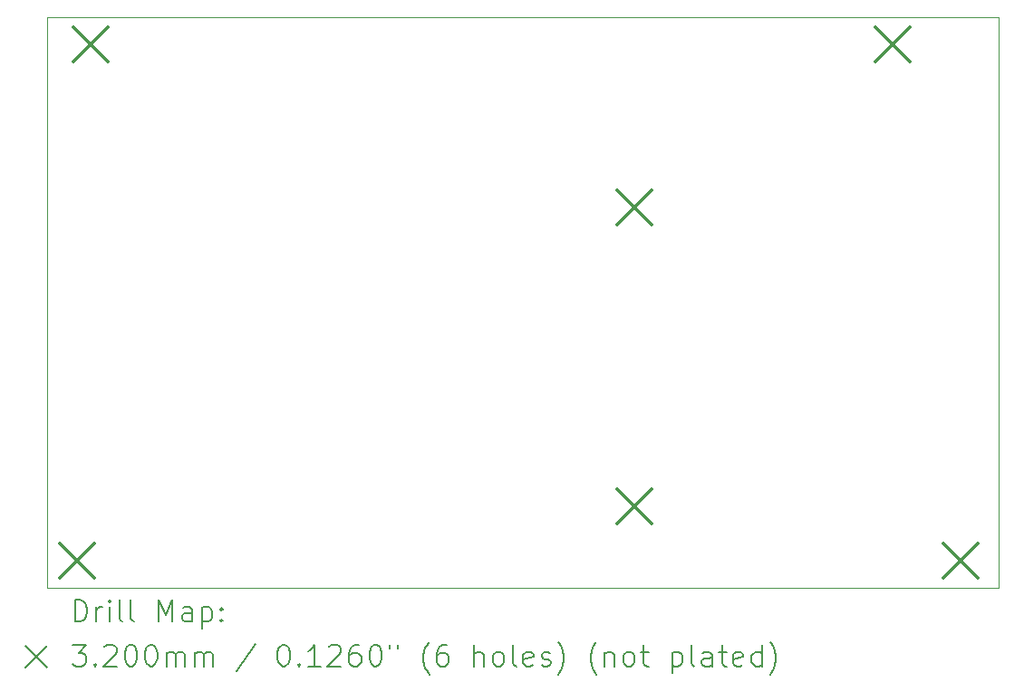
<source format=gbr>
%TF.GenerationSoftware,KiCad,Pcbnew,7.0.5*%
%TF.CreationDate,2023-10-27T13:43:41+01:00*%
%TF.ProjectId,OptiprodV2,4f707469-7072-46f6-9456-322e6b696361,rev?*%
%TF.SameCoordinates,Original*%
%TF.FileFunction,Drillmap*%
%TF.FilePolarity,Positive*%
%FSLAX45Y45*%
G04 Gerber Fmt 4.5, Leading zero omitted, Abs format (unit mm)*
G04 Created by KiCad (PCBNEW 7.0.5) date 2023-10-27 13:43:41*
%MOMM*%
%LPD*%
G01*
G04 APERTURE LIST*
%ADD10C,0.100000*%
%ADD11C,0.200000*%
%ADD12C,0.320000*%
G04 APERTURE END LIST*
D10*
X10668000Y-5588000D02*
X19558000Y-5588000D01*
X19558000Y-10922000D01*
X10668000Y-10922000D01*
X10668000Y-5588000D01*
D11*
D12*
X10787400Y-10508000D02*
X11107400Y-10828000D01*
X11107400Y-10508000D02*
X10787400Y-10828000D01*
X10914400Y-5682000D02*
X11234400Y-6002000D01*
X11234400Y-5682000D02*
X10914400Y-6002000D01*
X15994400Y-7206000D02*
X16314400Y-7526000D01*
X16314400Y-7206000D02*
X15994400Y-7526000D01*
X15994400Y-10000000D02*
X16314400Y-10320000D01*
X16314400Y-10000000D02*
X15994400Y-10320000D01*
X18407400Y-5682000D02*
X18727400Y-6002000D01*
X18727400Y-5682000D02*
X18407400Y-6002000D01*
X19042400Y-10508000D02*
X19362400Y-10828000D01*
X19362400Y-10508000D02*
X19042400Y-10828000D01*
D11*
X10923777Y-11238484D02*
X10923777Y-11038484D01*
X10923777Y-11038484D02*
X10971396Y-11038484D01*
X10971396Y-11038484D02*
X10999967Y-11048008D01*
X10999967Y-11048008D02*
X11019015Y-11067055D01*
X11019015Y-11067055D02*
X11028539Y-11086103D01*
X11028539Y-11086103D02*
X11038063Y-11124198D01*
X11038063Y-11124198D02*
X11038063Y-11152770D01*
X11038063Y-11152770D02*
X11028539Y-11190865D01*
X11028539Y-11190865D02*
X11019015Y-11209912D01*
X11019015Y-11209912D02*
X10999967Y-11228960D01*
X10999967Y-11228960D02*
X10971396Y-11238484D01*
X10971396Y-11238484D02*
X10923777Y-11238484D01*
X11123777Y-11238484D02*
X11123777Y-11105150D01*
X11123777Y-11143246D02*
X11133301Y-11124198D01*
X11133301Y-11124198D02*
X11142824Y-11114674D01*
X11142824Y-11114674D02*
X11161872Y-11105150D01*
X11161872Y-11105150D02*
X11180920Y-11105150D01*
X11247586Y-11238484D02*
X11247586Y-11105150D01*
X11247586Y-11038484D02*
X11238062Y-11048008D01*
X11238062Y-11048008D02*
X11247586Y-11057531D01*
X11247586Y-11057531D02*
X11257110Y-11048008D01*
X11257110Y-11048008D02*
X11247586Y-11038484D01*
X11247586Y-11038484D02*
X11247586Y-11057531D01*
X11371396Y-11238484D02*
X11352348Y-11228960D01*
X11352348Y-11228960D02*
X11342824Y-11209912D01*
X11342824Y-11209912D02*
X11342824Y-11038484D01*
X11476158Y-11238484D02*
X11457110Y-11228960D01*
X11457110Y-11228960D02*
X11447586Y-11209912D01*
X11447586Y-11209912D02*
X11447586Y-11038484D01*
X11704729Y-11238484D02*
X11704729Y-11038484D01*
X11704729Y-11038484D02*
X11771396Y-11181341D01*
X11771396Y-11181341D02*
X11838062Y-11038484D01*
X11838062Y-11038484D02*
X11838062Y-11238484D01*
X12019015Y-11238484D02*
X12019015Y-11133722D01*
X12019015Y-11133722D02*
X12009491Y-11114674D01*
X12009491Y-11114674D02*
X11990443Y-11105150D01*
X11990443Y-11105150D02*
X11952348Y-11105150D01*
X11952348Y-11105150D02*
X11933301Y-11114674D01*
X12019015Y-11228960D02*
X11999967Y-11238484D01*
X11999967Y-11238484D02*
X11952348Y-11238484D01*
X11952348Y-11238484D02*
X11933301Y-11228960D01*
X11933301Y-11228960D02*
X11923777Y-11209912D01*
X11923777Y-11209912D02*
X11923777Y-11190865D01*
X11923777Y-11190865D02*
X11933301Y-11171817D01*
X11933301Y-11171817D02*
X11952348Y-11162293D01*
X11952348Y-11162293D02*
X11999967Y-11162293D01*
X11999967Y-11162293D02*
X12019015Y-11152770D01*
X12114253Y-11105150D02*
X12114253Y-11305150D01*
X12114253Y-11114674D02*
X12133301Y-11105150D01*
X12133301Y-11105150D02*
X12171396Y-11105150D01*
X12171396Y-11105150D02*
X12190443Y-11114674D01*
X12190443Y-11114674D02*
X12199967Y-11124198D01*
X12199967Y-11124198D02*
X12209491Y-11143246D01*
X12209491Y-11143246D02*
X12209491Y-11200388D01*
X12209491Y-11200388D02*
X12199967Y-11219436D01*
X12199967Y-11219436D02*
X12190443Y-11228960D01*
X12190443Y-11228960D02*
X12171396Y-11238484D01*
X12171396Y-11238484D02*
X12133301Y-11238484D01*
X12133301Y-11238484D02*
X12114253Y-11228960D01*
X12295205Y-11219436D02*
X12304729Y-11228960D01*
X12304729Y-11228960D02*
X12295205Y-11238484D01*
X12295205Y-11238484D02*
X12285682Y-11228960D01*
X12285682Y-11228960D02*
X12295205Y-11219436D01*
X12295205Y-11219436D02*
X12295205Y-11238484D01*
X12295205Y-11114674D02*
X12304729Y-11124198D01*
X12304729Y-11124198D02*
X12295205Y-11133722D01*
X12295205Y-11133722D02*
X12285682Y-11124198D01*
X12285682Y-11124198D02*
X12295205Y-11114674D01*
X12295205Y-11114674D02*
X12295205Y-11133722D01*
X10463000Y-11467000D02*
X10663000Y-11667000D01*
X10663000Y-11467000D02*
X10463000Y-11667000D01*
X10904729Y-11458484D02*
X11028539Y-11458484D01*
X11028539Y-11458484D02*
X10961872Y-11534674D01*
X10961872Y-11534674D02*
X10990444Y-11534674D01*
X10990444Y-11534674D02*
X11009491Y-11544198D01*
X11009491Y-11544198D02*
X11019015Y-11553722D01*
X11019015Y-11553722D02*
X11028539Y-11572769D01*
X11028539Y-11572769D02*
X11028539Y-11620388D01*
X11028539Y-11620388D02*
X11019015Y-11639436D01*
X11019015Y-11639436D02*
X11009491Y-11648960D01*
X11009491Y-11648960D02*
X10990444Y-11658484D01*
X10990444Y-11658484D02*
X10933301Y-11658484D01*
X10933301Y-11658484D02*
X10914253Y-11648960D01*
X10914253Y-11648960D02*
X10904729Y-11639436D01*
X11114253Y-11639436D02*
X11123777Y-11648960D01*
X11123777Y-11648960D02*
X11114253Y-11658484D01*
X11114253Y-11658484D02*
X11104729Y-11648960D01*
X11104729Y-11648960D02*
X11114253Y-11639436D01*
X11114253Y-11639436D02*
X11114253Y-11658484D01*
X11199967Y-11477531D02*
X11209491Y-11468008D01*
X11209491Y-11468008D02*
X11228539Y-11458484D01*
X11228539Y-11458484D02*
X11276158Y-11458484D01*
X11276158Y-11458484D02*
X11295205Y-11468008D01*
X11295205Y-11468008D02*
X11304729Y-11477531D01*
X11304729Y-11477531D02*
X11314253Y-11496579D01*
X11314253Y-11496579D02*
X11314253Y-11515627D01*
X11314253Y-11515627D02*
X11304729Y-11544198D01*
X11304729Y-11544198D02*
X11190443Y-11658484D01*
X11190443Y-11658484D02*
X11314253Y-11658484D01*
X11438062Y-11458484D02*
X11457110Y-11458484D01*
X11457110Y-11458484D02*
X11476158Y-11468008D01*
X11476158Y-11468008D02*
X11485682Y-11477531D01*
X11485682Y-11477531D02*
X11495205Y-11496579D01*
X11495205Y-11496579D02*
X11504729Y-11534674D01*
X11504729Y-11534674D02*
X11504729Y-11582293D01*
X11504729Y-11582293D02*
X11495205Y-11620388D01*
X11495205Y-11620388D02*
X11485682Y-11639436D01*
X11485682Y-11639436D02*
X11476158Y-11648960D01*
X11476158Y-11648960D02*
X11457110Y-11658484D01*
X11457110Y-11658484D02*
X11438062Y-11658484D01*
X11438062Y-11658484D02*
X11419015Y-11648960D01*
X11419015Y-11648960D02*
X11409491Y-11639436D01*
X11409491Y-11639436D02*
X11399967Y-11620388D01*
X11399967Y-11620388D02*
X11390443Y-11582293D01*
X11390443Y-11582293D02*
X11390443Y-11534674D01*
X11390443Y-11534674D02*
X11399967Y-11496579D01*
X11399967Y-11496579D02*
X11409491Y-11477531D01*
X11409491Y-11477531D02*
X11419015Y-11468008D01*
X11419015Y-11468008D02*
X11438062Y-11458484D01*
X11628539Y-11458484D02*
X11647586Y-11458484D01*
X11647586Y-11458484D02*
X11666634Y-11468008D01*
X11666634Y-11468008D02*
X11676158Y-11477531D01*
X11676158Y-11477531D02*
X11685682Y-11496579D01*
X11685682Y-11496579D02*
X11695205Y-11534674D01*
X11695205Y-11534674D02*
X11695205Y-11582293D01*
X11695205Y-11582293D02*
X11685682Y-11620388D01*
X11685682Y-11620388D02*
X11676158Y-11639436D01*
X11676158Y-11639436D02*
X11666634Y-11648960D01*
X11666634Y-11648960D02*
X11647586Y-11658484D01*
X11647586Y-11658484D02*
X11628539Y-11658484D01*
X11628539Y-11658484D02*
X11609491Y-11648960D01*
X11609491Y-11648960D02*
X11599967Y-11639436D01*
X11599967Y-11639436D02*
X11590443Y-11620388D01*
X11590443Y-11620388D02*
X11580920Y-11582293D01*
X11580920Y-11582293D02*
X11580920Y-11534674D01*
X11580920Y-11534674D02*
X11590443Y-11496579D01*
X11590443Y-11496579D02*
X11599967Y-11477531D01*
X11599967Y-11477531D02*
X11609491Y-11468008D01*
X11609491Y-11468008D02*
X11628539Y-11458484D01*
X11780920Y-11658484D02*
X11780920Y-11525150D01*
X11780920Y-11544198D02*
X11790443Y-11534674D01*
X11790443Y-11534674D02*
X11809491Y-11525150D01*
X11809491Y-11525150D02*
X11838063Y-11525150D01*
X11838063Y-11525150D02*
X11857110Y-11534674D01*
X11857110Y-11534674D02*
X11866634Y-11553722D01*
X11866634Y-11553722D02*
X11866634Y-11658484D01*
X11866634Y-11553722D02*
X11876158Y-11534674D01*
X11876158Y-11534674D02*
X11895205Y-11525150D01*
X11895205Y-11525150D02*
X11923777Y-11525150D01*
X11923777Y-11525150D02*
X11942824Y-11534674D01*
X11942824Y-11534674D02*
X11952348Y-11553722D01*
X11952348Y-11553722D02*
X11952348Y-11658484D01*
X12047586Y-11658484D02*
X12047586Y-11525150D01*
X12047586Y-11544198D02*
X12057110Y-11534674D01*
X12057110Y-11534674D02*
X12076158Y-11525150D01*
X12076158Y-11525150D02*
X12104729Y-11525150D01*
X12104729Y-11525150D02*
X12123777Y-11534674D01*
X12123777Y-11534674D02*
X12133301Y-11553722D01*
X12133301Y-11553722D02*
X12133301Y-11658484D01*
X12133301Y-11553722D02*
X12142824Y-11534674D01*
X12142824Y-11534674D02*
X12161872Y-11525150D01*
X12161872Y-11525150D02*
X12190443Y-11525150D01*
X12190443Y-11525150D02*
X12209491Y-11534674D01*
X12209491Y-11534674D02*
X12219015Y-11553722D01*
X12219015Y-11553722D02*
X12219015Y-11658484D01*
X12609491Y-11448960D02*
X12438063Y-11706103D01*
X12866634Y-11458484D02*
X12885682Y-11458484D01*
X12885682Y-11458484D02*
X12904729Y-11468008D01*
X12904729Y-11468008D02*
X12914253Y-11477531D01*
X12914253Y-11477531D02*
X12923777Y-11496579D01*
X12923777Y-11496579D02*
X12933301Y-11534674D01*
X12933301Y-11534674D02*
X12933301Y-11582293D01*
X12933301Y-11582293D02*
X12923777Y-11620388D01*
X12923777Y-11620388D02*
X12914253Y-11639436D01*
X12914253Y-11639436D02*
X12904729Y-11648960D01*
X12904729Y-11648960D02*
X12885682Y-11658484D01*
X12885682Y-11658484D02*
X12866634Y-11658484D01*
X12866634Y-11658484D02*
X12847586Y-11648960D01*
X12847586Y-11648960D02*
X12838063Y-11639436D01*
X12838063Y-11639436D02*
X12828539Y-11620388D01*
X12828539Y-11620388D02*
X12819015Y-11582293D01*
X12819015Y-11582293D02*
X12819015Y-11534674D01*
X12819015Y-11534674D02*
X12828539Y-11496579D01*
X12828539Y-11496579D02*
X12838063Y-11477531D01*
X12838063Y-11477531D02*
X12847586Y-11468008D01*
X12847586Y-11468008D02*
X12866634Y-11458484D01*
X13019015Y-11639436D02*
X13028539Y-11648960D01*
X13028539Y-11648960D02*
X13019015Y-11658484D01*
X13019015Y-11658484D02*
X13009491Y-11648960D01*
X13009491Y-11648960D02*
X13019015Y-11639436D01*
X13019015Y-11639436D02*
X13019015Y-11658484D01*
X13219015Y-11658484D02*
X13104729Y-11658484D01*
X13161872Y-11658484D02*
X13161872Y-11458484D01*
X13161872Y-11458484D02*
X13142825Y-11487055D01*
X13142825Y-11487055D02*
X13123777Y-11506103D01*
X13123777Y-11506103D02*
X13104729Y-11515627D01*
X13295206Y-11477531D02*
X13304729Y-11468008D01*
X13304729Y-11468008D02*
X13323777Y-11458484D01*
X13323777Y-11458484D02*
X13371396Y-11458484D01*
X13371396Y-11458484D02*
X13390444Y-11468008D01*
X13390444Y-11468008D02*
X13399967Y-11477531D01*
X13399967Y-11477531D02*
X13409491Y-11496579D01*
X13409491Y-11496579D02*
X13409491Y-11515627D01*
X13409491Y-11515627D02*
X13399967Y-11544198D01*
X13399967Y-11544198D02*
X13285682Y-11658484D01*
X13285682Y-11658484D02*
X13409491Y-11658484D01*
X13580920Y-11458484D02*
X13542825Y-11458484D01*
X13542825Y-11458484D02*
X13523777Y-11468008D01*
X13523777Y-11468008D02*
X13514253Y-11477531D01*
X13514253Y-11477531D02*
X13495206Y-11506103D01*
X13495206Y-11506103D02*
X13485682Y-11544198D01*
X13485682Y-11544198D02*
X13485682Y-11620388D01*
X13485682Y-11620388D02*
X13495206Y-11639436D01*
X13495206Y-11639436D02*
X13504729Y-11648960D01*
X13504729Y-11648960D02*
X13523777Y-11658484D01*
X13523777Y-11658484D02*
X13561872Y-11658484D01*
X13561872Y-11658484D02*
X13580920Y-11648960D01*
X13580920Y-11648960D02*
X13590444Y-11639436D01*
X13590444Y-11639436D02*
X13599967Y-11620388D01*
X13599967Y-11620388D02*
X13599967Y-11572769D01*
X13599967Y-11572769D02*
X13590444Y-11553722D01*
X13590444Y-11553722D02*
X13580920Y-11544198D01*
X13580920Y-11544198D02*
X13561872Y-11534674D01*
X13561872Y-11534674D02*
X13523777Y-11534674D01*
X13523777Y-11534674D02*
X13504729Y-11544198D01*
X13504729Y-11544198D02*
X13495206Y-11553722D01*
X13495206Y-11553722D02*
X13485682Y-11572769D01*
X13723777Y-11458484D02*
X13742825Y-11458484D01*
X13742825Y-11458484D02*
X13761872Y-11468008D01*
X13761872Y-11468008D02*
X13771396Y-11477531D01*
X13771396Y-11477531D02*
X13780920Y-11496579D01*
X13780920Y-11496579D02*
X13790444Y-11534674D01*
X13790444Y-11534674D02*
X13790444Y-11582293D01*
X13790444Y-11582293D02*
X13780920Y-11620388D01*
X13780920Y-11620388D02*
X13771396Y-11639436D01*
X13771396Y-11639436D02*
X13761872Y-11648960D01*
X13761872Y-11648960D02*
X13742825Y-11658484D01*
X13742825Y-11658484D02*
X13723777Y-11658484D01*
X13723777Y-11658484D02*
X13704729Y-11648960D01*
X13704729Y-11648960D02*
X13695206Y-11639436D01*
X13695206Y-11639436D02*
X13685682Y-11620388D01*
X13685682Y-11620388D02*
X13676158Y-11582293D01*
X13676158Y-11582293D02*
X13676158Y-11534674D01*
X13676158Y-11534674D02*
X13685682Y-11496579D01*
X13685682Y-11496579D02*
X13695206Y-11477531D01*
X13695206Y-11477531D02*
X13704729Y-11468008D01*
X13704729Y-11468008D02*
X13723777Y-11458484D01*
X13866634Y-11458484D02*
X13866634Y-11496579D01*
X13942825Y-11458484D02*
X13942825Y-11496579D01*
X14238063Y-11734674D02*
X14228539Y-11725150D01*
X14228539Y-11725150D02*
X14209491Y-11696579D01*
X14209491Y-11696579D02*
X14199968Y-11677531D01*
X14199968Y-11677531D02*
X14190444Y-11648960D01*
X14190444Y-11648960D02*
X14180920Y-11601341D01*
X14180920Y-11601341D02*
X14180920Y-11563246D01*
X14180920Y-11563246D02*
X14190444Y-11515627D01*
X14190444Y-11515627D02*
X14199968Y-11487055D01*
X14199968Y-11487055D02*
X14209491Y-11468008D01*
X14209491Y-11468008D02*
X14228539Y-11439436D01*
X14228539Y-11439436D02*
X14238063Y-11429912D01*
X14399968Y-11458484D02*
X14361872Y-11458484D01*
X14361872Y-11458484D02*
X14342825Y-11468008D01*
X14342825Y-11468008D02*
X14333301Y-11477531D01*
X14333301Y-11477531D02*
X14314253Y-11506103D01*
X14314253Y-11506103D02*
X14304729Y-11544198D01*
X14304729Y-11544198D02*
X14304729Y-11620388D01*
X14304729Y-11620388D02*
X14314253Y-11639436D01*
X14314253Y-11639436D02*
X14323777Y-11648960D01*
X14323777Y-11648960D02*
X14342825Y-11658484D01*
X14342825Y-11658484D02*
X14380920Y-11658484D01*
X14380920Y-11658484D02*
X14399968Y-11648960D01*
X14399968Y-11648960D02*
X14409491Y-11639436D01*
X14409491Y-11639436D02*
X14419015Y-11620388D01*
X14419015Y-11620388D02*
X14419015Y-11572769D01*
X14419015Y-11572769D02*
X14409491Y-11553722D01*
X14409491Y-11553722D02*
X14399968Y-11544198D01*
X14399968Y-11544198D02*
X14380920Y-11534674D01*
X14380920Y-11534674D02*
X14342825Y-11534674D01*
X14342825Y-11534674D02*
X14323777Y-11544198D01*
X14323777Y-11544198D02*
X14314253Y-11553722D01*
X14314253Y-11553722D02*
X14304729Y-11572769D01*
X14657110Y-11658484D02*
X14657110Y-11458484D01*
X14742825Y-11658484D02*
X14742825Y-11553722D01*
X14742825Y-11553722D02*
X14733301Y-11534674D01*
X14733301Y-11534674D02*
X14714253Y-11525150D01*
X14714253Y-11525150D02*
X14685682Y-11525150D01*
X14685682Y-11525150D02*
X14666634Y-11534674D01*
X14666634Y-11534674D02*
X14657110Y-11544198D01*
X14866634Y-11658484D02*
X14847587Y-11648960D01*
X14847587Y-11648960D02*
X14838063Y-11639436D01*
X14838063Y-11639436D02*
X14828539Y-11620388D01*
X14828539Y-11620388D02*
X14828539Y-11563246D01*
X14828539Y-11563246D02*
X14838063Y-11544198D01*
X14838063Y-11544198D02*
X14847587Y-11534674D01*
X14847587Y-11534674D02*
X14866634Y-11525150D01*
X14866634Y-11525150D02*
X14895206Y-11525150D01*
X14895206Y-11525150D02*
X14914253Y-11534674D01*
X14914253Y-11534674D02*
X14923777Y-11544198D01*
X14923777Y-11544198D02*
X14933301Y-11563246D01*
X14933301Y-11563246D02*
X14933301Y-11620388D01*
X14933301Y-11620388D02*
X14923777Y-11639436D01*
X14923777Y-11639436D02*
X14914253Y-11648960D01*
X14914253Y-11648960D02*
X14895206Y-11658484D01*
X14895206Y-11658484D02*
X14866634Y-11658484D01*
X15047587Y-11658484D02*
X15028539Y-11648960D01*
X15028539Y-11648960D02*
X15019015Y-11629912D01*
X15019015Y-11629912D02*
X15019015Y-11458484D01*
X15199968Y-11648960D02*
X15180920Y-11658484D01*
X15180920Y-11658484D02*
X15142825Y-11658484D01*
X15142825Y-11658484D02*
X15123777Y-11648960D01*
X15123777Y-11648960D02*
X15114253Y-11629912D01*
X15114253Y-11629912D02*
X15114253Y-11553722D01*
X15114253Y-11553722D02*
X15123777Y-11534674D01*
X15123777Y-11534674D02*
X15142825Y-11525150D01*
X15142825Y-11525150D02*
X15180920Y-11525150D01*
X15180920Y-11525150D02*
X15199968Y-11534674D01*
X15199968Y-11534674D02*
X15209491Y-11553722D01*
X15209491Y-11553722D02*
X15209491Y-11572769D01*
X15209491Y-11572769D02*
X15114253Y-11591817D01*
X15285682Y-11648960D02*
X15304730Y-11658484D01*
X15304730Y-11658484D02*
X15342825Y-11658484D01*
X15342825Y-11658484D02*
X15361872Y-11648960D01*
X15361872Y-11648960D02*
X15371396Y-11629912D01*
X15371396Y-11629912D02*
X15371396Y-11620388D01*
X15371396Y-11620388D02*
X15361872Y-11601341D01*
X15361872Y-11601341D02*
X15342825Y-11591817D01*
X15342825Y-11591817D02*
X15314253Y-11591817D01*
X15314253Y-11591817D02*
X15295206Y-11582293D01*
X15295206Y-11582293D02*
X15285682Y-11563246D01*
X15285682Y-11563246D02*
X15285682Y-11553722D01*
X15285682Y-11553722D02*
X15295206Y-11534674D01*
X15295206Y-11534674D02*
X15314253Y-11525150D01*
X15314253Y-11525150D02*
X15342825Y-11525150D01*
X15342825Y-11525150D02*
X15361872Y-11534674D01*
X15438063Y-11734674D02*
X15447587Y-11725150D01*
X15447587Y-11725150D02*
X15466634Y-11696579D01*
X15466634Y-11696579D02*
X15476158Y-11677531D01*
X15476158Y-11677531D02*
X15485682Y-11648960D01*
X15485682Y-11648960D02*
X15495206Y-11601341D01*
X15495206Y-11601341D02*
X15495206Y-11563246D01*
X15495206Y-11563246D02*
X15485682Y-11515627D01*
X15485682Y-11515627D02*
X15476158Y-11487055D01*
X15476158Y-11487055D02*
X15466634Y-11468008D01*
X15466634Y-11468008D02*
X15447587Y-11439436D01*
X15447587Y-11439436D02*
X15438063Y-11429912D01*
X15799968Y-11734674D02*
X15790444Y-11725150D01*
X15790444Y-11725150D02*
X15771396Y-11696579D01*
X15771396Y-11696579D02*
X15761872Y-11677531D01*
X15761872Y-11677531D02*
X15752349Y-11648960D01*
X15752349Y-11648960D02*
X15742825Y-11601341D01*
X15742825Y-11601341D02*
X15742825Y-11563246D01*
X15742825Y-11563246D02*
X15752349Y-11515627D01*
X15752349Y-11515627D02*
X15761872Y-11487055D01*
X15761872Y-11487055D02*
X15771396Y-11468008D01*
X15771396Y-11468008D02*
X15790444Y-11439436D01*
X15790444Y-11439436D02*
X15799968Y-11429912D01*
X15876158Y-11525150D02*
X15876158Y-11658484D01*
X15876158Y-11544198D02*
X15885682Y-11534674D01*
X15885682Y-11534674D02*
X15904730Y-11525150D01*
X15904730Y-11525150D02*
X15933301Y-11525150D01*
X15933301Y-11525150D02*
X15952349Y-11534674D01*
X15952349Y-11534674D02*
X15961872Y-11553722D01*
X15961872Y-11553722D02*
X15961872Y-11658484D01*
X16085682Y-11658484D02*
X16066634Y-11648960D01*
X16066634Y-11648960D02*
X16057111Y-11639436D01*
X16057111Y-11639436D02*
X16047587Y-11620388D01*
X16047587Y-11620388D02*
X16047587Y-11563246D01*
X16047587Y-11563246D02*
X16057111Y-11544198D01*
X16057111Y-11544198D02*
X16066634Y-11534674D01*
X16066634Y-11534674D02*
X16085682Y-11525150D01*
X16085682Y-11525150D02*
X16114253Y-11525150D01*
X16114253Y-11525150D02*
X16133301Y-11534674D01*
X16133301Y-11534674D02*
X16142825Y-11544198D01*
X16142825Y-11544198D02*
X16152349Y-11563246D01*
X16152349Y-11563246D02*
X16152349Y-11620388D01*
X16152349Y-11620388D02*
X16142825Y-11639436D01*
X16142825Y-11639436D02*
X16133301Y-11648960D01*
X16133301Y-11648960D02*
X16114253Y-11658484D01*
X16114253Y-11658484D02*
X16085682Y-11658484D01*
X16209492Y-11525150D02*
X16285682Y-11525150D01*
X16238063Y-11458484D02*
X16238063Y-11629912D01*
X16238063Y-11629912D02*
X16247587Y-11648960D01*
X16247587Y-11648960D02*
X16266634Y-11658484D01*
X16266634Y-11658484D02*
X16285682Y-11658484D01*
X16504730Y-11525150D02*
X16504730Y-11725150D01*
X16504730Y-11534674D02*
X16523777Y-11525150D01*
X16523777Y-11525150D02*
X16561873Y-11525150D01*
X16561873Y-11525150D02*
X16580920Y-11534674D01*
X16580920Y-11534674D02*
X16590444Y-11544198D01*
X16590444Y-11544198D02*
X16599968Y-11563246D01*
X16599968Y-11563246D02*
X16599968Y-11620388D01*
X16599968Y-11620388D02*
X16590444Y-11639436D01*
X16590444Y-11639436D02*
X16580920Y-11648960D01*
X16580920Y-11648960D02*
X16561873Y-11658484D01*
X16561873Y-11658484D02*
X16523777Y-11658484D01*
X16523777Y-11658484D02*
X16504730Y-11648960D01*
X16714253Y-11658484D02*
X16695206Y-11648960D01*
X16695206Y-11648960D02*
X16685682Y-11629912D01*
X16685682Y-11629912D02*
X16685682Y-11458484D01*
X16876158Y-11658484D02*
X16876158Y-11553722D01*
X16876158Y-11553722D02*
X16866635Y-11534674D01*
X16866635Y-11534674D02*
X16847587Y-11525150D01*
X16847587Y-11525150D02*
X16809492Y-11525150D01*
X16809492Y-11525150D02*
X16790444Y-11534674D01*
X16876158Y-11648960D02*
X16857111Y-11658484D01*
X16857111Y-11658484D02*
X16809492Y-11658484D01*
X16809492Y-11658484D02*
X16790444Y-11648960D01*
X16790444Y-11648960D02*
X16780920Y-11629912D01*
X16780920Y-11629912D02*
X16780920Y-11610865D01*
X16780920Y-11610865D02*
X16790444Y-11591817D01*
X16790444Y-11591817D02*
X16809492Y-11582293D01*
X16809492Y-11582293D02*
X16857111Y-11582293D01*
X16857111Y-11582293D02*
X16876158Y-11572769D01*
X16942825Y-11525150D02*
X17019015Y-11525150D01*
X16971396Y-11458484D02*
X16971396Y-11629912D01*
X16971396Y-11629912D02*
X16980920Y-11648960D01*
X16980920Y-11648960D02*
X16999968Y-11658484D01*
X16999968Y-11658484D02*
X17019015Y-11658484D01*
X17161873Y-11648960D02*
X17142825Y-11658484D01*
X17142825Y-11658484D02*
X17104730Y-11658484D01*
X17104730Y-11658484D02*
X17085682Y-11648960D01*
X17085682Y-11648960D02*
X17076158Y-11629912D01*
X17076158Y-11629912D02*
X17076158Y-11553722D01*
X17076158Y-11553722D02*
X17085682Y-11534674D01*
X17085682Y-11534674D02*
X17104730Y-11525150D01*
X17104730Y-11525150D02*
X17142825Y-11525150D01*
X17142825Y-11525150D02*
X17161873Y-11534674D01*
X17161873Y-11534674D02*
X17171396Y-11553722D01*
X17171396Y-11553722D02*
X17171396Y-11572769D01*
X17171396Y-11572769D02*
X17076158Y-11591817D01*
X17342825Y-11658484D02*
X17342825Y-11458484D01*
X17342825Y-11648960D02*
X17323777Y-11658484D01*
X17323777Y-11658484D02*
X17285682Y-11658484D01*
X17285682Y-11658484D02*
X17266635Y-11648960D01*
X17266635Y-11648960D02*
X17257111Y-11639436D01*
X17257111Y-11639436D02*
X17247587Y-11620388D01*
X17247587Y-11620388D02*
X17247587Y-11563246D01*
X17247587Y-11563246D02*
X17257111Y-11544198D01*
X17257111Y-11544198D02*
X17266635Y-11534674D01*
X17266635Y-11534674D02*
X17285682Y-11525150D01*
X17285682Y-11525150D02*
X17323777Y-11525150D01*
X17323777Y-11525150D02*
X17342825Y-11534674D01*
X17419016Y-11734674D02*
X17428539Y-11725150D01*
X17428539Y-11725150D02*
X17447587Y-11696579D01*
X17447587Y-11696579D02*
X17457111Y-11677531D01*
X17457111Y-11677531D02*
X17466635Y-11648960D01*
X17466635Y-11648960D02*
X17476158Y-11601341D01*
X17476158Y-11601341D02*
X17476158Y-11563246D01*
X17476158Y-11563246D02*
X17466635Y-11515627D01*
X17466635Y-11515627D02*
X17457111Y-11487055D01*
X17457111Y-11487055D02*
X17447587Y-11468008D01*
X17447587Y-11468008D02*
X17428539Y-11439436D01*
X17428539Y-11439436D02*
X17419016Y-11429912D01*
M02*

</source>
